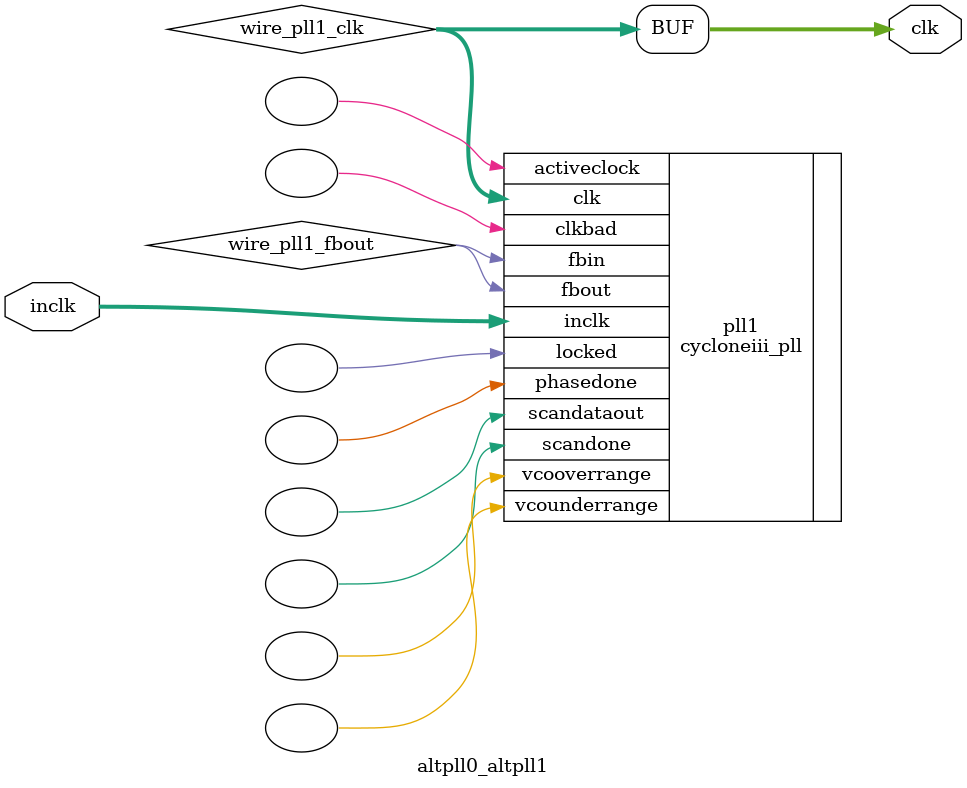
<source format=v>






//synthesis_resources = cycloneiii_pll 1 
//synopsys translate_off
`timescale 1 ps / 1 ps
//synopsys translate_on
module  altpll0_altpll1
	( 
	clk,
	inclk) /* synthesis synthesis_clearbox=1 */;
	output   [4:0]  clk;
	input   [1:0]  inclk;
`ifndef ALTERA_RESERVED_QIS
// synopsys translate_off
`endif
	tri0   [1:0]  inclk;
`ifndef ALTERA_RESERVED_QIS
// synopsys translate_on
`endif

	wire  [4:0]   wire_pll1_clk;
	wire  wire_pll1_fbout;

	cycloneiii_pll   pll1
	( 
	.activeclock(),
	.clk(wire_pll1_clk),
	.clkbad(),
	.fbin(wire_pll1_fbout),
	.fbout(wire_pll1_fbout),
	.inclk(inclk),
	.locked(),
	.phasedone(),
	.scandataout(),
	.scandone(),
	.vcooverrange(),
	.vcounderrange()
	`ifndef FORMAL_VERIFICATION
	// synopsys translate_off
	`endif
	,
	.areset(1'b0),
	.clkswitch(1'b0),
	.configupdate(1'b0),
	.pfdena(1'b1),
	.phasecounterselect({3{1'b0}}),
	.phasestep(1'b0),
	.phaseupdown(1'b0),
	.scanclk(1'b0),
	.scanclkena(1'b1),
	.scandata(1'b0)
	`ifndef FORMAL_VERIFICATION
	// synopsys translate_on
	`endif
	);
	defparam
		pll1.bandwidth_type = "auto",
		pll1.clk0_divide_by = 1,
		pll1.clk0_duty_cycle = 50,
		pll1.clk0_multiply_by = 1,
		pll1.clk0_phase_shift = "0",
		pll1.clk3_divide_by = 1,
		pll1.clk3_duty_cycle = 50,
		pll1.clk3_multiply_by = 1,
		pll1.clk3_phase_shift = "0",
		pll1.compensate_clock = "clk3",
		pll1.inclk0_input_frequency = 20000,
		pll1.operation_mode = "normal",
		pll1.pll_type = "auto",
		pll1.lpm_type = "cycloneiii_pll";
	assign
		clk = {wire_pll1_clk[4:0]};
endmodule //altpll0_altpll1
//VALID FILE

</source>
